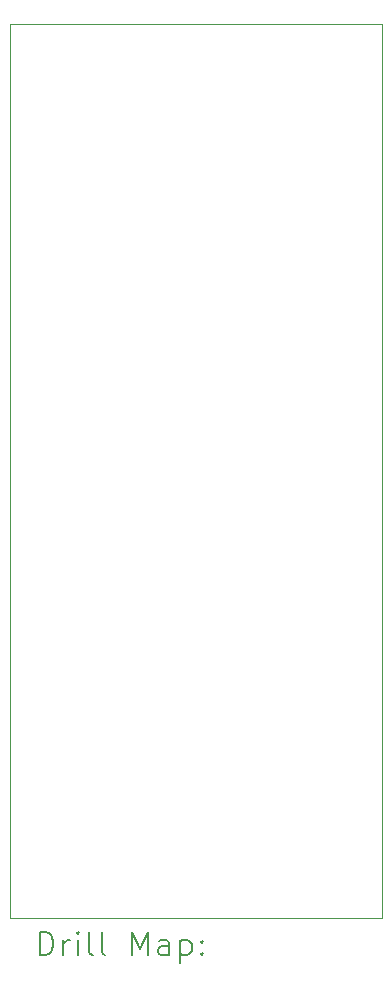
<source format=gbr>
%TF.GenerationSoftware,KiCad,Pcbnew,(6.0.11)*%
%TF.CreationDate,2024-06-07T20:39:24+02:00*%
%TF.ProjectId,z80-dot-gal,7a38302d-646f-4742-9d67-616c2e6b6963,rev?*%
%TF.SameCoordinates,Original*%
%TF.FileFunction,Drillmap*%
%TF.FilePolarity,Positive*%
%FSLAX45Y45*%
G04 Gerber Fmt 4.5, Leading zero omitted, Abs format (unit mm)*
G04 Created by KiCad (PCBNEW (6.0.11)) date 2024-06-07 20:39:24*
%MOMM*%
%LPD*%
G01*
G04 APERTURE LIST*
%ADD10C,0.100000*%
%ADD11C,0.200000*%
G04 APERTURE END LIST*
D10*
X11328400Y-13639800D02*
X14478000Y-13639800D01*
X11328400Y-6070600D02*
X14478000Y-6070600D01*
X14478000Y-13639800D02*
X14478000Y-6070600D01*
X11328400Y-6070600D02*
X11328400Y-13639800D01*
D11*
X11581019Y-13955276D02*
X11581019Y-13755276D01*
X11628638Y-13755276D01*
X11657209Y-13764800D01*
X11676257Y-13783848D01*
X11685781Y-13802895D01*
X11695305Y-13840990D01*
X11695305Y-13869562D01*
X11685781Y-13907657D01*
X11676257Y-13926705D01*
X11657209Y-13945752D01*
X11628638Y-13955276D01*
X11581019Y-13955276D01*
X11781019Y-13955276D02*
X11781019Y-13821943D01*
X11781019Y-13860038D02*
X11790543Y-13840990D01*
X11800067Y-13831467D01*
X11819114Y-13821943D01*
X11838162Y-13821943D01*
X11904828Y-13955276D02*
X11904828Y-13821943D01*
X11904828Y-13755276D02*
X11895305Y-13764800D01*
X11904828Y-13774324D01*
X11914352Y-13764800D01*
X11904828Y-13755276D01*
X11904828Y-13774324D01*
X12028638Y-13955276D02*
X12009590Y-13945752D01*
X12000067Y-13926705D01*
X12000067Y-13755276D01*
X12133400Y-13955276D02*
X12114352Y-13945752D01*
X12104828Y-13926705D01*
X12104828Y-13755276D01*
X12361971Y-13955276D02*
X12361971Y-13755276D01*
X12428638Y-13898133D01*
X12495305Y-13755276D01*
X12495305Y-13955276D01*
X12676257Y-13955276D02*
X12676257Y-13850514D01*
X12666733Y-13831467D01*
X12647686Y-13821943D01*
X12609590Y-13821943D01*
X12590543Y-13831467D01*
X12676257Y-13945752D02*
X12657209Y-13955276D01*
X12609590Y-13955276D01*
X12590543Y-13945752D01*
X12581019Y-13926705D01*
X12581019Y-13907657D01*
X12590543Y-13888609D01*
X12609590Y-13879086D01*
X12657209Y-13879086D01*
X12676257Y-13869562D01*
X12771495Y-13821943D02*
X12771495Y-14021943D01*
X12771495Y-13831467D02*
X12790543Y-13821943D01*
X12828638Y-13821943D01*
X12847686Y-13831467D01*
X12857209Y-13840990D01*
X12866733Y-13860038D01*
X12866733Y-13917181D01*
X12857209Y-13936228D01*
X12847686Y-13945752D01*
X12828638Y-13955276D01*
X12790543Y-13955276D01*
X12771495Y-13945752D01*
X12952448Y-13936228D02*
X12961971Y-13945752D01*
X12952448Y-13955276D01*
X12942924Y-13945752D01*
X12952448Y-13936228D01*
X12952448Y-13955276D01*
X12952448Y-13831467D02*
X12961971Y-13840990D01*
X12952448Y-13850514D01*
X12942924Y-13840990D01*
X12952448Y-13831467D01*
X12952448Y-13850514D01*
M02*

</source>
